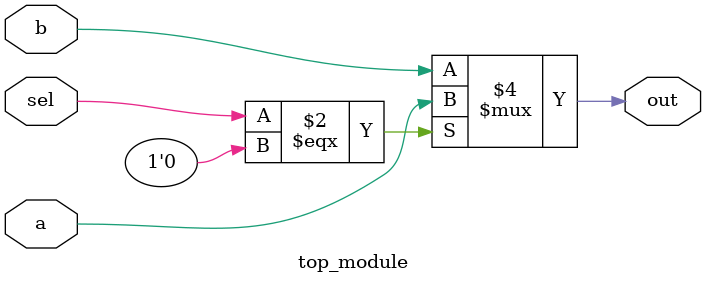
<source format=v>
module top_module( 
    input a, b, sel,
    output out ); 
    always @(sel) begin
        if(sel ===0) out <= a;
        else 
            out <= b;
    end
endmodule
</source>
